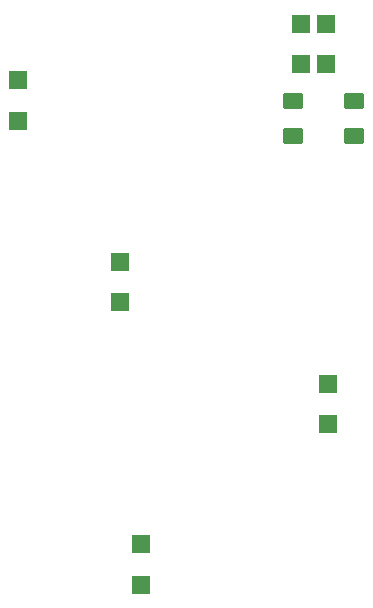
<source format=gtp>
G04 Layer: BottomSilkscreenLayer*
G04 EasyEDA v6.5.25, 2023-03-20 21:11:36*
**********************************至少这一行要换成自己的************************************
G04 Gerber Generator version 0.2*
G04 Scale: 100 percent, Rotated: No, Reflected: No *
G04 Dimensions in millimeters  *
G04 leading zeros omitted , absolute positions ,3 integer and 6 decimal *
G04 #@! TF.GenerationSoftware,KiCad,Pcbnew,7.0.7*
G04 #@! TF.CreationDate,2024-02-03T15:44:35+08:00*
G04 #@! TF.ProjectId,flex,666c6578-2e6b-4696-9361-645f70636258,rev?*
G04 #@! TF.SameCoordinates,Original*
G04 #@! TF.FileFunction,Paste,Top*
G04 #@! TF.FilePolarity,Positive*
%FSLAX46Y46*%
G04 Gerber Fmt 4.6, Leading zero omitted, Abs format (unit mm)*
G04 Created by KiCad (PCBNEW 7.0.7) date 2024-02-03 15:44:35*
%MOMM*%
%LPD*%
G01*
G04 APERTURE LIST*
G04 Aperture macros list*
%AMRoundRect*
0 Rectangle with rounded corners*
0 $1 Rounding radius*
0 $2 $3 $4 $5 $6 $7 $8 $9 X,Y pos of 4 corners*
0 Add a 4 corners polygon primitive as box body*
4,1,4,$2,$3,$4,$5,$6,$7,$8,$9,$2,$3,0*
0 Add four circle primitives for the rounded corners*
1,1,$1+$1,$2,$3*
1,1,$1+$1,$4,$5*
1,1,$1+$1,$6,$7*
1,1,$1+$1,$8,$9*
0 Add four rect primitives between the rounded corners*
20,1,$1+$1,$2,$3,$4,$5,0*
20,1,$1+$1,$4,$5,$6,$7,0*
20,1,$1+$1,$6,$7,$8,$9,0*
20,1,$1+$1,$8,$9,$2,$3,0*%
G04 Aperture macros list end*
%ADD10R,1.524000X1.524000*%
%ADD11RoundRect,0.250001X-0.624999X0.462499X-0.624999X-0.462499X0.624999X-0.462499X0.624999X0.462499X0*%
G04 APERTURE END LIST*
D10*
X73424526Y-52061785D03*
X73424526Y-55461785D03*
X83872275Y-91345142D03*
X83872275Y-94745142D03*
X82080000Y-70806000D03*
X82080000Y-67406000D03*
D11*
X96740526Y-53780285D03*
X96740526Y-56755285D03*
D10*
X99490526Y-47267785D03*
X99490526Y-50667785D03*
D11*
X101840526Y-53775285D03*
X101840526Y-56750285D03*
D10*
X97424526Y-47261785D03*
X97424526Y-50661785D03*
X99670000Y-77774000D03*
X99670000Y-81174000D03*
M02*

</source>
